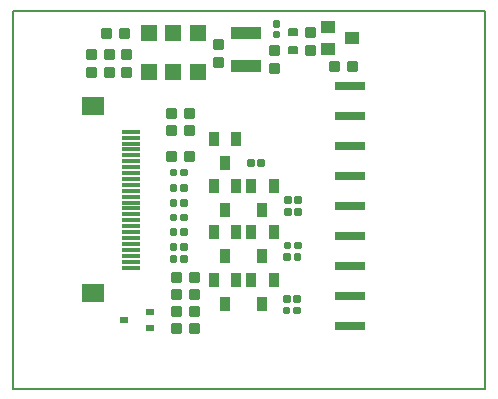
<source format=gtp>
G75*
%MOIN*%
%OFA0B0*%
%FSLAX25Y25*%
%IPPOS*%
%LPD*%
%AMOC8*
5,1,8,0,0,1.08239X$1,22.5*
%
%ADD10C,0.00600*%
%ADD11C,0.00875*%
%ADD12R,0.05500X0.05500*%
%ADD13R,0.09843X0.03937*%
%ADD14C,0.00750*%
%ADD15C,0.01250*%
%ADD16R,0.06299X0.01181*%
%ADD17R,0.07677X0.06299*%
%ADD18R,0.03150X0.01969*%
%ADD19R,0.03500X0.04500*%
%ADD20R,0.10000X0.02500*%
%ADD21R,0.04500X0.04000*%
D10*
X0008065Y0003100D02*
X0008065Y0129084D01*
X0165545Y0129074D01*
X0165545Y0003100D01*
X0008065Y0003100D01*
D11*
X0061252Y0024513D02*
X0063878Y0024513D01*
X0063878Y0021887D01*
X0061252Y0021887D01*
X0061252Y0024513D01*
X0061252Y0022761D02*
X0063878Y0022761D01*
X0063878Y0023635D02*
X0061252Y0023635D01*
X0061252Y0024509D02*
X0063878Y0024509D01*
X0063878Y0030313D02*
X0061252Y0030313D01*
X0063878Y0030313D02*
X0063878Y0027687D01*
X0061252Y0027687D01*
X0061252Y0030313D01*
X0061252Y0028561D02*
X0063878Y0028561D01*
X0063878Y0029435D02*
X0061252Y0029435D01*
X0061252Y0030309D02*
X0063878Y0030309D01*
X0063878Y0036013D02*
X0061252Y0036013D01*
X0063878Y0036013D02*
X0063878Y0033387D01*
X0061252Y0033387D01*
X0061252Y0036013D01*
X0061252Y0034261D02*
X0063878Y0034261D01*
X0063878Y0035135D02*
X0061252Y0035135D01*
X0061252Y0036009D02*
X0063878Y0036009D01*
X0063878Y0041713D02*
X0061252Y0041713D01*
X0063878Y0041713D02*
X0063878Y0039087D01*
X0061252Y0039087D01*
X0061252Y0041713D01*
X0061252Y0039961D02*
X0063878Y0039961D01*
X0063878Y0040835D02*
X0061252Y0040835D01*
X0061252Y0041709D02*
X0063878Y0041709D01*
X0067252Y0041713D02*
X0069878Y0041713D01*
X0069878Y0039087D01*
X0067252Y0039087D01*
X0067252Y0041713D01*
X0067252Y0039961D02*
X0069878Y0039961D01*
X0069878Y0040835D02*
X0067252Y0040835D01*
X0067252Y0041709D02*
X0069878Y0041709D01*
X0069878Y0036013D02*
X0067252Y0036013D01*
X0069878Y0036013D02*
X0069878Y0033387D01*
X0067252Y0033387D01*
X0067252Y0036013D01*
X0067252Y0034261D02*
X0069878Y0034261D01*
X0069878Y0035135D02*
X0067252Y0035135D01*
X0067252Y0036009D02*
X0069878Y0036009D01*
X0069878Y0030313D02*
X0067252Y0030313D01*
X0069878Y0030313D02*
X0069878Y0027687D01*
X0067252Y0027687D01*
X0067252Y0030313D01*
X0067252Y0028561D02*
X0069878Y0028561D01*
X0069878Y0029435D02*
X0067252Y0029435D01*
X0067252Y0030309D02*
X0069878Y0030309D01*
X0069878Y0024513D02*
X0067252Y0024513D01*
X0069878Y0024513D02*
X0069878Y0021887D01*
X0067252Y0021887D01*
X0067252Y0024513D01*
X0067252Y0022761D02*
X0069878Y0022761D01*
X0069878Y0023635D02*
X0067252Y0023635D01*
X0067252Y0024509D02*
X0069878Y0024509D01*
X0068178Y0081813D02*
X0065552Y0081813D01*
X0068178Y0081813D02*
X0068178Y0079187D01*
X0065552Y0079187D01*
X0065552Y0081813D01*
X0065552Y0080061D02*
X0068178Y0080061D01*
X0068178Y0080935D02*
X0065552Y0080935D01*
X0065552Y0081809D02*
X0068178Y0081809D01*
X0062178Y0081813D02*
X0059552Y0081813D01*
X0062178Y0081813D02*
X0062178Y0079187D01*
X0059552Y0079187D01*
X0059552Y0081813D01*
X0059552Y0080061D02*
X0062178Y0080061D01*
X0062178Y0080935D02*
X0059552Y0080935D01*
X0059552Y0081809D02*
X0062178Y0081809D01*
X0062178Y0090513D02*
X0059552Y0090513D01*
X0062178Y0090513D02*
X0062178Y0087887D01*
X0059552Y0087887D01*
X0059552Y0090513D01*
X0059552Y0088761D02*
X0062178Y0088761D01*
X0062178Y0089635D02*
X0059552Y0089635D01*
X0059552Y0090509D02*
X0062178Y0090509D01*
X0062178Y0096213D02*
X0059552Y0096213D01*
X0062178Y0096213D02*
X0062178Y0093587D01*
X0059552Y0093587D01*
X0059552Y0096213D01*
X0059552Y0094461D02*
X0062178Y0094461D01*
X0062178Y0095335D02*
X0059552Y0095335D01*
X0059552Y0096209D02*
X0062178Y0096209D01*
X0065552Y0096213D02*
X0068178Y0096213D01*
X0068178Y0093587D01*
X0065552Y0093587D01*
X0065552Y0096213D01*
X0065552Y0094461D02*
X0068178Y0094461D01*
X0068178Y0095335D02*
X0065552Y0095335D01*
X0065552Y0096209D02*
X0068178Y0096209D01*
X0068178Y0090513D02*
X0065552Y0090513D01*
X0068178Y0090513D02*
X0068178Y0087887D01*
X0065552Y0087887D01*
X0065552Y0090513D01*
X0065552Y0088761D02*
X0068178Y0088761D01*
X0068178Y0089635D02*
X0065552Y0089635D01*
X0065552Y0090509D02*
X0068178Y0090509D01*
X0044552Y0107287D02*
X0044552Y0109913D01*
X0047178Y0109913D01*
X0047178Y0107287D01*
X0044552Y0107287D01*
X0044552Y0108161D02*
X0047178Y0108161D01*
X0047178Y0109035D02*
X0044552Y0109035D01*
X0044552Y0109909D02*
X0047178Y0109909D01*
X0044552Y0113287D02*
X0044552Y0115913D01*
X0047178Y0115913D01*
X0047178Y0113287D01*
X0044552Y0113287D01*
X0044552Y0114161D02*
X0047178Y0114161D01*
X0047178Y0115035D02*
X0044552Y0115035D01*
X0044552Y0115909D02*
X0047178Y0115909D01*
X0046578Y0120287D02*
X0043952Y0120287D01*
X0043952Y0122913D01*
X0046578Y0122913D01*
X0046578Y0120287D01*
X0046578Y0121161D02*
X0043952Y0121161D01*
X0043952Y0122035D02*
X0046578Y0122035D01*
X0046578Y0122909D02*
X0043952Y0122909D01*
X0040578Y0120287D02*
X0037952Y0120287D01*
X0037952Y0122913D01*
X0040578Y0122913D01*
X0040578Y0120287D01*
X0040578Y0121161D02*
X0037952Y0121161D01*
X0037952Y0122035D02*
X0040578Y0122035D01*
X0040578Y0122909D02*
X0037952Y0122909D01*
X0038852Y0115913D02*
X0038852Y0113287D01*
X0038852Y0115913D02*
X0041478Y0115913D01*
X0041478Y0113287D01*
X0038852Y0113287D01*
X0038852Y0114161D02*
X0041478Y0114161D01*
X0041478Y0115035D02*
X0038852Y0115035D01*
X0038852Y0115909D02*
X0041478Y0115909D01*
X0032852Y0115913D02*
X0032852Y0113287D01*
X0032852Y0115913D02*
X0035478Y0115913D01*
X0035478Y0113287D01*
X0032852Y0113287D01*
X0032852Y0114161D02*
X0035478Y0114161D01*
X0035478Y0115035D02*
X0032852Y0115035D01*
X0032852Y0115909D02*
X0035478Y0115909D01*
X0032852Y0109913D02*
X0032852Y0107287D01*
X0032852Y0109913D02*
X0035478Y0109913D01*
X0035478Y0107287D01*
X0032852Y0107287D01*
X0032852Y0108161D02*
X0035478Y0108161D01*
X0035478Y0109035D02*
X0032852Y0109035D01*
X0032852Y0109909D02*
X0035478Y0109909D01*
X0038852Y0109913D02*
X0038852Y0107287D01*
X0038852Y0109913D02*
X0041478Y0109913D01*
X0041478Y0107287D01*
X0038852Y0107287D01*
X0038852Y0108161D02*
X0041478Y0108161D01*
X0041478Y0109035D02*
X0038852Y0109035D01*
X0038852Y0109909D02*
X0041478Y0109909D01*
X0075152Y0110687D02*
X0075152Y0113313D01*
X0077778Y0113313D01*
X0077778Y0110687D01*
X0075152Y0110687D01*
X0075152Y0111561D02*
X0077778Y0111561D01*
X0077778Y0112435D02*
X0075152Y0112435D01*
X0075152Y0113309D02*
X0077778Y0113309D01*
X0075152Y0116687D02*
X0075152Y0119313D01*
X0077778Y0119313D01*
X0077778Y0116687D01*
X0075152Y0116687D01*
X0075152Y0117561D02*
X0077778Y0117561D01*
X0077778Y0118435D02*
X0075152Y0118435D01*
X0075152Y0119309D02*
X0077778Y0119309D01*
X0096478Y0117213D02*
X0096478Y0114587D01*
X0093852Y0114587D01*
X0093852Y0117213D01*
X0096478Y0117213D01*
X0096478Y0115461D02*
X0093852Y0115461D01*
X0093852Y0116335D02*
X0096478Y0116335D01*
X0096478Y0117209D02*
X0093852Y0117209D01*
X0096478Y0111213D02*
X0096478Y0108587D01*
X0093852Y0108587D01*
X0093852Y0111213D01*
X0096478Y0111213D01*
X0096478Y0109461D02*
X0093852Y0109461D01*
X0093852Y0110335D02*
X0096478Y0110335D01*
X0096478Y0111209D02*
X0093852Y0111209D01*
X0105952Y0114787D02*
X0105952Y0117413D01*
X0108578Y0117413D01*
X0108578Y0114787D01*
X0105952Y0114787D01*
X0105952Y0115661D02*
X0108578Y0115661D01*
X0108578Y0116535D02*
X0105952Y0116535D01*
X0105952Y0117409D02*
X0108578Y0117409D01*
X0105952Y0120787D02*
X0105952Y0123413D01*
X0108578Y0123413D01*
X0108578Y0120787D01*
X0105952Y0120787D01*
X0105952Y0121661D02*
X0108578Y0121661D01*
X0108578Y0122535D02*
X0105952Y0122535D01*
X0105952Y0123409D02*
X0108578Y0123409D01*
X0113752Y0109187D02*
X0116378Y0109187D01*
X0113752Y0109187D02*
X0113752Y0111813D01*
X0116378Y0111813D01*
X0116378Y0109187D01*
X0116378Y0110061D02*
X0113752Y0110061D01*
X0113752Y0110935D02*
X0116378Y0110935D01*
X0116378Y0111809D02*
X0113752Y0111809D01*
X0119752Y0109187D02*
X0122378Y0109187D01*
X0119752Y0109187D02*
X0119752Y0111813D01*
X0122378Y0111813D01*
X0122378Y0109187D01*
X0122378Y0110061D02*
X0119752Y0110061D01*
X0119752Y0110935D02*
X0122378Y0110935D01*
X0122378Y0111809D02*
X0119752Y0111809D01*
D12*
X0069665Y0108500D03*
X0061365Y0108600D03*
X0053365Y0108600D03*
X0053365Y0121600D03*
X0061365Y0121600D03*
X0069665Y0121500D03*
D13*
X0085865Y0121606D03*
X0085865Y0110794D03*
D14*
X0102740Y0114875D02*
X0102740Y0117125D01*
X0102740Y0114875D02*
X0099990Y0114875D01*
X0099990Y0117125D01*
X0102740Y0117125D01*
X0102740Y0115624D02*
X0099990Y0115624D01*
X0099990Y0116373D02*
X0102740Y0116373D01*
X0102740Y0117122D02*
X0099990Y0117122D01*
X0102740Y0120875D02*
X0102740Y0123125D01*
X0102740Y0120875D02*
X0099990Y0120875D01*
X0099990Y0123125D01*
X0102740Y0123125D01*
X0102740Y0121624D02*
X0099990Y0121624D01*
X0099990Y0122373D02*
X0102740Y0122373D01*
X0102740Y0123122D02*
X0099990Y0123122D01*
D15*
X0095340Y0124025D02*
X0095340Y0125275D01*
X0096590Y0125275D01*
X0096590Y0124025D01*
X0095340Y0124025D01*
X0095340Y0125274D02*
X0096590Y0125274D01*
X0095340Y0121775D02*
X0095340Y0120525D01*
X0095340Y0121775D02*
X0096590Y0121775D01*
X0096590Y0120525D01*
X0095340Y0120525D01*
X0095340Y0121774D02*
X0096590Y0121774D01*
X0091540Y0077575D02*
X0090290Y0077575D01*
X0090290Y0078825D01*
X0091540Y0078825D01*
X0091540Y0077575D01*
X0091540Y0078824D02*
X0090290Y0078824D01*
X0088040Y0077575D02*
X0086790Y0077575D01*
X0086790Y0078825D01*
X0088040Y0078825D01*
X0088040Y0077575D01*
X0088040Y0078824D02*
X0086790Y0078824D01*
X0099090Y0065275D02*
X0100340Y0065275D01*
X0099090Y0065275D02*
X0099090Y0066525D01*
X0100340Y0066525D01*
X0100340Y0065275D01*
X0100340Y0066524D02*
X0099090Y0066524D01*
X0102590Y0065275D02*
X0103840Y0065275D01*
X0102590Y0065275D02*
X0102590Y0066525D01*
X0103840Y0066525D01*
X0103840Y0065275D01*
X0103840Y0066524D02*
X0102590Y0066524D01*
X0102590Y0061275D02*
X0103840Y0061275D01*
X0102590Y0061275D02*
X0102590Y0062525D01*
X0103840Y0062525D01*
X0103840Y0061275D01*
X0103840Y0062524D02*
X0102590Y0062524D01*
X0100340Y0061275D02*
X0099090Y0061275D01*
X0099090Y0062525D01*
X0100340Y0062525D01*
X0100340Y0061275D01*
X0100340Y0062524D02*
X0099090Y0062524D01*
X0098990Y0050175D02*
X0100240Y0050175D01*
X0098990Y0050175D02*
X0098990Y0051425D01*
X0100240Y0051425D01*
X0100240Y0050175D01*
X0100240Y0051424D02*
X0098990Y0051424D01*
X0102490Y0050175D02*
X0103740Y0050175D01*
X0102490Y0050175D02*
X0102490Y0051425D01*
X0103740Y0051425D01*
X0103740Y0050175D01*
X0103740Y0051424D02*
X0102490Y0051424D01*
X0102390Y0046275D02*
X0103640Y0046275D01*
X0102390Y0046275D02*
X0102390Y0047525D01*
X0103640Y0047525D01*
X0103640Y0046275D01*
X0103640Y0047524D02*
X0102390Y0047524D01*
X0100140Y0046275D02*
X0098890Y0046275D01*
X0098890Y0047525D01*
X0100140Y0047525D01*
X0100140Y0046275D01*
X0100140Y0047524D02*
X0098890Y0047524D01*
X0098790Y0032375D02*
X0100040Y0032375D01*
X0098790Y0032375D02*
X0098790Y0033625D01*
X0100040Y0033625D01*
X0100040Y0032375D01*
X0100040Y0033624D02*
X0098790Y0033624D01*
X0102290Y0032375D02*
X0103540Y0032375D01*
X0102290Y0032375D02*
X0102290Y0033625D01*
X0103540Y0033625D01*
X0103540Y0032375D01*
X0103540Y0033624D02*
X0102290Y0033624D01*
X0102190Y0028475D02*
X0103440Y0028475D01*
X0102190Y0028475D02*
X0102190Y0029725D01*
X0103440Y0029725D01*
X0103440Y0028475D01*
X0103440Y0029724D02*
X0102190Y0029724D01*
X0099940Y0028475D02*
X0098690Y0028475D01*
X0098690Y0029725D01*
X0099940Y0029725D01*
X0099940Y0028475D01*
X0099940Y0029724D02*
X0098690Y0029724D01*
X0065740Y0045775D02*
X0064490Y0045775D01*
X0064490Y0047025D01*
X0065740Y0047025D01*
X0065740Y0045775D01*
X0065740Y0047024D02*
X0064490Y0047024D01*
X0062240Y0045775D02*
X0060990Y0045775D01*
X0060990Y0047025D01*
X0062240Y0047025D01*
X0062240Y0045775D01*
X0062240Y0047024D02*
X0060990Y0047024D01*
X0060990Y0049775D02*
X0062240Y0049775D01*
X0060990Y0049775D02*
X0060990Y0051025D01*
X0062240Y0051025D01*
X0062240Y0049775D01*
X0062240Y0051024D02*
X0060990Y0051024D01*
X0064490Y0049775D02*
X0065740Y0049775D01*
X0064490Y0049775D02*
X0064490Y0051025D01*
X0065740Y0051025D01*
X0065740Y0049775D01*
X0065740Y0051024D02*
X0064490Y0051024D01*
X0064490Y0054775D02*
X0065740Y0054775D01*
X0064490Y0054775D02*
X0064490Y0056025D01*
X0065740Y0056025D01*
X0065740Y0054775D01*
X0065740Y0056024D02*
X0064490Y0056024D01*
X0062240Y0054775D02*
X0060990Y0054775D01*
X0060990Y0056025D01*
X0062240Y0056025D01*
X0062240Y0054775D01*
X0062240Y0056024D02*
X0060990Y0056024D01*
X0060990Y0059475D02*
X0062240Y0059475D01*
X0060990Y0059475D02*
X0060990Y0060725D01*
X0062240Y0060725D01*
X0062240Y0059475D01*
X0062240Y0060724D02*
X0060990Y0060724D01*
X0064490Y0059475D02*
X0065740Y0059475D01*
X0064490Y0059475D02*
X0064490Y0060725D01*
X0065740Y0060725D01*
X0065740Y0059475D01*
X0065740Y0060724D02*
X0064490Y0060724D01*
X0064490Y0064375D02*
X0065740Y0064375D01*
X0064490Y0064375D02*
X0064490Y0065625D01*
X0065740Y0065625D01*
X0065740Y0064375D01*
X0065740Y0065624D02*
X0064490Y0065624D01*
X0062240Y0064375D02*
X0060990Y0064375D01*
X0060990Y0065625D01*
X0062240Y0065625D01*
X0062240Y0064375D01*
X0062240Y0065624D02*
X0060990Y0065624D01*
X0060990Y0069275D02*
X0062240Y0069275D01*
X0060990Y0069275D02*
X0060990Y0070525D01*
X0062240Y0070525D01*
X0062240Y0069275D01*
X0062240Y0070524D02*
X0060990Y0070524D01*
X0064490Y0069275D02*
X0065740Y0069275D01*
X0064490Y0069275D02*
X0064490Y0070525D01*
X0065740Y0070525D01*
X0065740Y0069275D01*
X0065740Y0070524D02*
X0064490Y0070524D01*
X0064490Y0074475D02*
X0065740Y0074475D01*
X0064490Y0074475D02*
X0064490Y0075725D01*
X0065740Y0075725D01*
X0065740Y0074475D01*
X0065740Y0075724D02*
X0064490Y0075724D01*
X0062240Y0074475D02*
X0060990Y0074475D01*
X0060990Y0075725D01*
X0062240Y0075725D01*
X0062240Y0074475D01*
X0062240Y0075724D02*
X0060990Y0075724D01*
D16*
X0047632Y0074950D03*
X0047632Y0076919D03*
X0047632Y0078887D03*
X0047632Y0080856D03*
X0047632Y0082824D03*
X0047632Y0084793D03*
X0047632Y0086761D03*
X0047632Y0088730D03*
X0047632Y0072982D03*
X0047632Y0071013D03*
X0047632Y0069045D03*
X0047632Y0067076D03*
X0047632Y0065108D03*
X0047632Y0063139D03*
X0047632Y0061171D03*
X0047632Y0059202D03*
X0047632Y0057234D03*
X0047632Y0055265D03*
X0047632Y0053297D03*
X0047632Y0051328D03*
X0047632Y0049360D03*
X0047632Y0047391D03*
X0047632Y0045423D03*
X0047632Y0043454D03*
D17*
X0034837Y0034990D03*
X0034837Y0097194D03*
D18*
X0053765Y0028559D03*
X0053765Y0023441D03*
X0045104Y0026000D03*
D19*
X0075025Y0039200D03*
X0082505Y0039200D03*
X0087525Y0039200D03*
X0095005Y0039200D03*
X0091265Y0031200D03*
X0078765Y0031200D03*
X0078765Y0047400D03*
X0075025Y0055400D03*
X0082505Y0055400D03*
X0087525Y0055400D03*
X0095005Y0055400D03*
X0091265Y0062700D03*
X0087525Y0070700D03*
X0082605Y0070700D03*
X0075125Y0070700D03*
X0078765Y0078200D03*
X0075025Y0086200D03*
X0082505Y0086200D03*
X0095005Y0070700D03*
X0078865Y0062700D03*
X0091265Y0047400D03*
D20*
X0120565Y0044124D03*
X0120565Y0054124D03*
X0120565Y0064124D03*
X0120565Y0074124D03*
X0120565Y0084124D03*
X0120565Y0094124D03*
X0120565Y0104124D03*
X0120565Y0034124D03*
X0120565Y0024124D03*
D21*
X0113065Y0116160D03*
X0113065Y0123640D03*
X0121065Y0119900D03*
M02*

</source>
